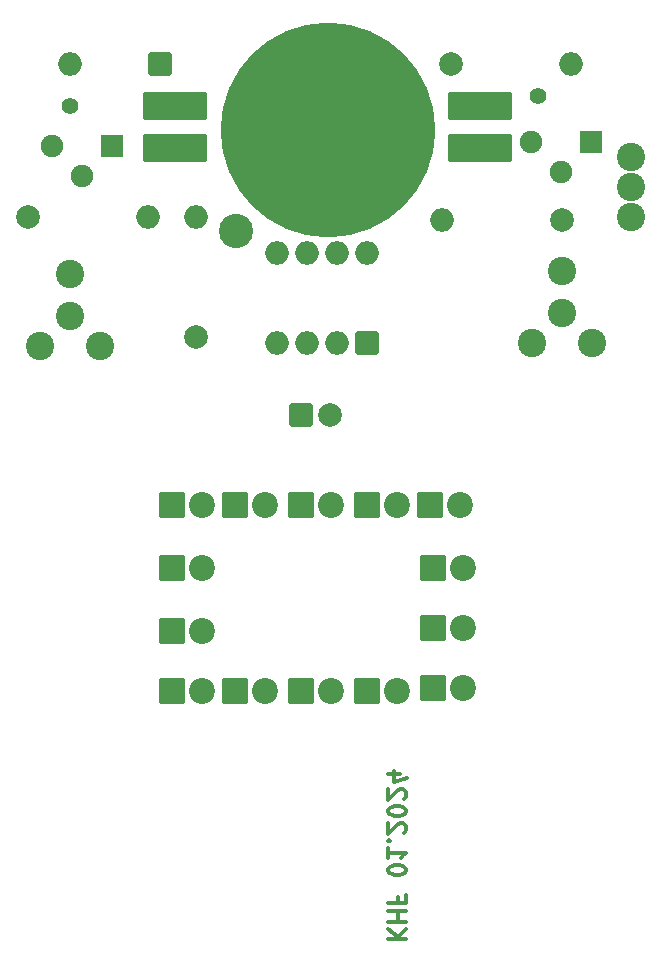
<source format=gbr>
%TF.GenerationSoftware,KiCad,Pcbnew,8.0.1*%
%TF.CreationDate,2024-04-02T10:45:20+02:00*%
%TF.ProjectId,Robo_II,526f626f-5f49-4492-9e6b-696361645f70,rev?*%
%TF.SameCoordinates,Original*%
%TF.FileFunction,Soldermask,Bot*%
%TF.FilePolarity,Negative*%
%FSLAX46Y46*%
G04 Gerber Fmt 4.6, Leading zero omitted, Abs format (unit mm)*
G04 Created by KiCad (PCBNEW 8.0.1) date 2024-04-02 10:45:20*
%MOMM*%
%LPD*%
G01*
G04 APERTURE LIST*
G04 Aperture macros list*
%AMRoundRect*
0 Rectangle with rounded corners*
0 $1 Rounding radius*
0 $2 $3 $4 $5 $6 $7 $8 $9 X,Y pos of 4 corners*
0 Add a 4 corners polygon primitive as box body*
4,1,4,$2,$3,$4,$5,$6,$7,$8,$9,$2,$3,0*
0 Add four circle primitives for the rounded corners*
1,1,$1+$1,$2,$3*
1,1,$1+$1,$4,$5*
1,1,$1+$1,$6,$7*
1,1,$1+$1,$8,$9*
0 Add four rect primitives between the rounded corners*
20,1,$1+$1,$2,$3,$4,$5,0*
20,1,$1+$1,$4,$5,$6,$7,0*
20,1,$1+$1,$6,$7,$8,$9,0*
20,1,$1+$1,$8,$9,$2,$3,0*%
G04 Aperture macros list end*
%ADD10C,0.300000*%
%ADD11RoundRect,0.200000X-0.900000X-0.900000X0.900000X-0.900000X0.900000X0.900000X-0.900000X0.900000X0*%
%ADD12C,2.200000*%
%ADD13RoundRect,0.200000X0.750000X0.750000X-0.750000X0.750000X-0.750000X-0.750000X0.750000X-0.750000X0*%
%ADD14C,1.900000*%
%ADD15RoundRect,0.200000X-0.800000X-0.800000X0.800000X-0.800000X0.800000X0.800000X-0.800000X0.800000X0*%
%ADD16C,2.000000*%
%ADD17RoundRect,0.200000X0.800000X0.800000X-0.800000X0.800000X-0.800000X-0.800000X0.800000X-0.800000X0*%
%ADD18O,2.000000X2.000000*%
%ADD19C,2.400000*%
%ADD20RoundRect,0.200000X0.800000X-0.800000X0.800000X0.800000X-0.800000X0.800000X-0.800000X-0.800000X0*%
%ADD21RoundRect,0.200000X-2.500000X-1.000000X2.500000X-1.000000X2.500000X1.000000X-2.500000X1.000000X0*%
%ADD22C,18.180000*%
%ADD23C,2.900000*%
%ADD24C,1.400000*%
G04 APERTURE END LIST*
D10*
X78039171Y-126395489D02*
X79539171Y-126395489D01*
X78039171Y-125538346D02*
X78896314Y-126181203D01*
X79539171Y-125538346D02*
X78682028Y-126395489D01*
X78039171Y-124895489D02*
X79539171Y-124895489D01*
X78824885Y-124895489D02*
X78824885Y-124038346D01*
X78039171Y-124038346D02*
X79539171Y-124038346D01*
X78824885Y-122824060D02*
X78824885Y-123324060D01*
X78039171Y-123324060D02*
X79539171Y-123324060D01*
X79539171Y-123324060D02*
X79539171Y-122609774D01*
X79539171Y-120609774D02*
X79539171Y-120466917D01*
X79539171Y-120466917D02*
X79467742Y-120324060D01*
X79467742Y-120324060D02*
X79396314Y-120252632D01*
X79396314Y-120252632D02*
X79253457Y-120181203D01*
X79253457Y-120181203D02*
X78967742Y-120109774D01*
X78967742Y-120109774D02*
X78610600Y-120109774D01*
X78610600Y-120109774D02*
X78324885Y-120181203D01*
X78324885Y-120181203D02*
X78182028Y-120252632D01*
X78182028Y-120252632D02*
X78110600Y-120324060D01*
X78110600Y-120324060D02*
X78039171Y-120466917D01*
X78039171Y-120466917D02*
X78039171Y-120609774D01*
X78039171Y-120609774D02*
X78110600Y-120752632D01*
X78110600Y-120752632D02*
X78182028Y-120824060D01*
X78182028Y-120824060D02*
X78324885Y-120895489D01*
X78324885Y-120895489D02*
X78610600Y-120966917D01*
X78610600Y-120966917D02*
X78967742Y-120966917D01*
X78967742Y-120966917D02*
X79253457Y-120895489D01*
X79253457Y-120895489D02*
X79396314Y-120824060D01*
X79396314Y-120824060D02*
X79467742Y-120752632D01*
X79467742Y-120752632D02*
X79539171Y-120609774D01*
X78039171Y-118681203D02*
X78039171Y-119538346D01*
X78039171Y-119109775D02*
X79539171Y-119109775D01*
X79539171Y-119109775D02*
X79324885Y-119252632D01*
X79324885Y-119252632D02*
X79182028Y-119395489D01*
X79182028Y-119395489D02*
X79110600Y-119538346D01*
X78182028Y-118038347D02*
X78110600Y-117966918D01*
X78110600Y-117966918D02*
X78039171Y-118038347D01*
X78039171Y-118038347D02*
X78110600Y-118109775D01*
X78110600Y-118109775D02*
X78182028Y-118038347D01*
X78182028Y-118038347D02*
X78039171Y-118038347D01*
X79396314Y-117395489D02*
X79467742Y-117324061D01*
X79467742Y-117324061D02*
X79539171Y-117181204D01*
X79539171Y-117181204D02*
X79539171Y-116824061D01*
X79539171Y-116824061D02*
X79467742Y-116681204D01*
X79467742Y-116681204D02*
X79396314Y-116609775D01*
X79396314Y-116609775D02*
X79253457Y-116538346D01*
X79253457Y-116538346D02*
X79110600Y-116538346D01*
X79110600Y-116538346D02*
X78896314Y-116609775D01*
X78896314Y-116609775D02*
X78039171Y-117466918D01*
X78039171Y-117466918D02*
X78039171Y-116538346D01*
X79539171Y-115609775D02*
X79539171Y-115466918D01*
X79539171Y-115466918D02*
X79467742Y-115324061D01*
X79467742Y-115324061D02*
X79396314Y-115252633D01*
X79396314Y-115252633D02*
X79253457Y-115181204D01*
X79253457Y-115181204D02*
X78967742Y-115109775D01*
X78967742Y-115109775D02*
X78610600Y-115109775D01*
X78610600Y-115109775D02*
X78324885Y-115181204D01*
X78324885Y-115181204D02*
X78182028Y-115252633D01*
X78182028Y-115252633D02*
X78110600Y-115324061D01*
X78110600Y-115324061D02*
X78039171Y-115466918D01*
X78039171Y-115466918D02*
X78039171Y-115609775D01*
X78039171Y-115609775D02*
X78110600Y-115752633D01*
X78110600Y-115752633D02*
X78182028Y-115824061D01*
X78182028Y-115824061D02*
X78324885Y-115895490D01*
X78324885Y-115895490D02*
X78610600Y-115966918D01*
X78610600Y-115966918D02*
X78967742Y-115966918D01*
X78967742Y-115966918D02*
X79253457Y-115895490D01*
X79253457Y-115895490D02*
X79396314Y-115824061D01*
X79396314Y-115824061D02*
X79467742Y-115752633D01*
X79467742Y-115752633D02*
X79539171Y-115609775D01*
X79396314Y-114538347D02*
X79467742Y-114466919D01*
X79467742Y-114466919D02*
X79539171Y-114324062D01*
X79539171Y-114324062D02*
X79539171Y-113966919D01*
X79539171Y-113966919D02*
X79467742Y-113824062D01*
X79467742Y-113824062D02*
X79396314Y-113752633D01*
X79396314Y-113752633D02*
X79253457Y-113681204D01*
X79253457Y-113681204D02*
X79110600Y-113681204D01*
X79110600Y-113681204D02*
X78896314Y-113752633D01*
X78896314Y-113752633D02*
X78039171Y-114609776D01*
X78039171Y-114609776D02*
X78039171Y-113681204D01*
X79039171Y-112395491D02*
X78039171Y-112395491D01*
X79610600Y-112752633D02*
X78539171Y-113109776D01*
X78539171Y-113109776D02*
X78539171Y-112181205D01*
D11*
%TO.C,D1*%
X59690000Y-89662000D03*
D12*
X62230000Y-89662000D03*
%TD*%
D11*
%TO.C,D2*%
X65024000Y-89662000D03*
D12*
X67564000Y-89662000D03*
%TD*%
D11*
%TO.C,D4*%
X70612000Y-89662000D03*
D12*
X73152000Y-89662000D03*
%TD*%
D11*
%TO.C,D5*%
X76200000Y-89662000D03*
D12*
X78740000Y-89662000D03*
%TD*%
D11*
%TO.C,D6*%
X81534000Y-89662000D03*
D12*
X84074000Y-89662000D03*
%TD*%
D11*
%TO.C,D7*%
X81788000Y-94996000D03*
D12*
X84328000Y-94996000D03*
%TD*%
D11*
%TO.C,D8*%
X81788000Y-100076000D03*
D12*
X84328000Y-100076000D03*
%TD*%
D11*
%TO.C,D9*%
X81788000Y-105156000D03*
D12*
X84328000Y-105156000D03*
%TD*%
D11*
%TO.C,D10*%
X76200000Y-105410000D03*
D12*
X78740000Y-105410000D03*
%TD*%
D11*
%TO.C,D11*%
X70612000Y-105410000D03*
D12*
X73152000Y-105410000D03*
%TD*%
D11*
%TO.C,D12*%
X65024000Y-105410000D03*
D12*
X67564000Y-105410000D03*
%TD*%
D11*
%TO.C,D13*%
X59690000Y-105410000D03*
D12*
X62230000Y-105410000D03*
%TD*%
D11*
%TO.C,D14*%
X59690000Y-100330000D03*
D12*
X62230000Y-100330000D03*
%TD*%
D11*
%TO.C,D15*%
X59690000Y-94996000D03*
D12*
X62230000Y-94996000D03*
%TD*%
D13*
%TO.C,T1*%
X95210000Y-58890000D03*
D14*
X92670000Y-61430000D03*
X90130000Y-58890000D03*
%TD*%
D13*
%TO.C,T2*%
X54610000Y-59250000D03*
D14*
X52070000Y-61790000D03*
X49530000Y-59250000D03*
%TD*%
D15*
%TO.C,C1*%
X70612000Y-82042000D03*
D16*
X73112000Y-82042000D03*
%TD*%
D17*
%TO.C,D3*%
X58674000Y-52324000D03*
D18*
X51054000Y-52324000D03*
%TD*%
D19*
%TO.C,P1*%
X48514000Y-76200000D03*
X53594000Y-76200000D03*
X51054000Y-70104000D03*
X51054000Y-73660000D03*
%TD*%
%TO.C,P2*%
X90170000Y-75946000D03*
X95250000Y-75946000D03*
X92710000Y-69850000D03*
X92710000Y-73406000D03*
%TD*%
D16*
%TO.C,R3*%
X61722000Y-75438000D03*
D18*
X61722000Y-65278000D03*
%TD*%
D16*
%TO.C,R4*%
X83312000Y-52324000D03*
D18*
X93472000Y-52324000D03*
%TD*%
D16*
%TO.C,R5*%
X92710000Y-65532000D03*
D18*
X82550000Y-65532000D03*
%TD*%
D16*
%TO.C,R6*%
X47498000Y-65278000D03*
D18*
X57658000Y-65278000D03*
%TD*%
D19*
%TO.C,S1*%
X98552000Y-60198000D03*
X98552000Y-62738000D03*
X98552000Y-65278000D03*
%TD*%
D20*
%TO.C,U1*%
X76200000Y-75946000D03*
D18*
X73660000Y-75946000D03*
X71120000Y-75946000D03*
X68580000Y-75946000D03*
X68580000Y-68326000D03*
X71120000Y-68326000D03*
X73660000Y-68326000D03*
X76200000Y-68326000D03*
%TD*%
D21*
%TO.C,U2*%
X59944000Y-55880000D03*
X59944000Y-59436000D03*
X85838000Y-55880000D03*
X85838000Y-59436000D03*
D22*
X72898000Y-57912000D03*
%TD*%
D23*
%TO.C,LP_rund*%
X65151000Y-66421000D03*
%TD*%
D24*
%TO.C,LP_rund*%
X51104800Y-55880000D03*
%TD*%
%TO.C,LP_rund*%
X90680000Y-54970000D03*
%TD*%
M02*

</source>
